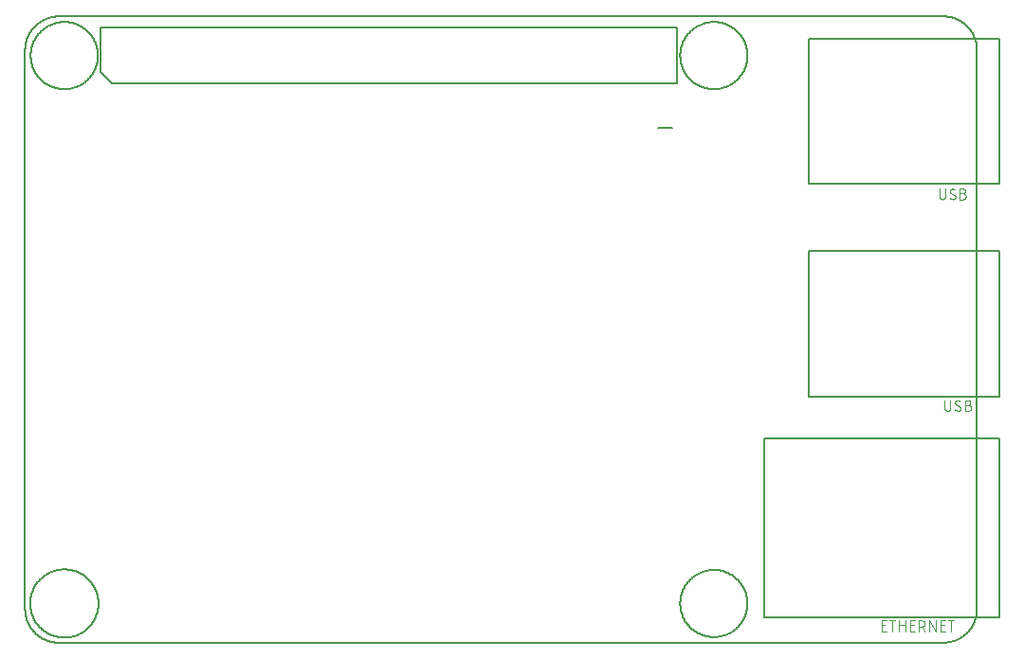
<source format=gbr>
G04 EAGLE Gerber RS-274X export*
G75*
%MOMM*%
%FSLAX34Y34*%
%LPD*%
%INSilkscreen Bottom*%
%IPPOS*%
%AMOC8*
5,1,8,0,0,1.08239X$1,22.5*%
G01*
%ADD10C,0.127000*%
%ADD11C,0.076200*%
%ADD12C,0.203200*%


D10*
X203200Y530000D02*
X203200Y30000D01*
X203209Y29275D01*
X203235Y28551D01*
X203279Y27827D01*
X203340Y27105D01*
X203419Y26384D01*
X203515Y25665D01*
X203628Y24949D01*
X203759Y24236D01*
X203907Y23526D01*
X204072Y22821D01*
X204254Y22119D01*
X204453Y21422D01*
X204668Y20729D01*
X204901Y20043D01*
X205150Y19362D01*
X205415Y18687D01*
X205696Y18019D01*
X205994Y17358D01*
X206307Y16704D01*
X206636Y16058D01*
X206981Y15420D01*
X207341Y14791D01*
X207716Y14171D01*
X208106Y13560D01*
X208510Y12958D01*
X208929Y12366D01*
X209363Y11785D01*
X209810Y11214D01*
X210271Y10655D01*
X210745Y10106D01*
X211232Y9570D01*
X211732Y9045D01*
X212245Y8532D01*
X212770Y8032D01*
X213306Y7545D01*
X213855Y7071D01*
X214414Y6610D01*
X214985Y6163D01*
X215566Y5729D01*
X216158Y5310D01*
X216760Y4906D01*
X217371Y4516D01*
X217991Y4141D01*
X218620Y3781D01*
X219258Y3436D01*
X219904Y3107D01*
X220558Y2794D01*
X221219Y2496D01*
X221887Y2215D01*
X222562Y1950D01*
X223243Y1701D01*
X223929Y1468D01*
X224622Y1253D01*
X225319Y1054D01*
X226021Y872D01*
X226726Y707D01*
X227436Y559D01*
X228149Y428D01*
X228865Y315D01*
X229584Y219D01*
X230305Y140D01*
X231027Y79D01*
X231751Y35D01*
X232475Y9D01*
X233200Y0D01*
X1023200Y0D01*
X1023925Y9D01*
X1024649Y35D01*
X1025373Y79D01*
X1026095Y140D01*
X1026816Y219D01*
X1027535Y315D01*
X1028251Y428D01*
X1028964Y559D01*
X1029674Y707D01*
X1030379Y872D01*
X1031081Y1054D01*
X1031778Y1253D01*
X1032471Y1468D01*
X1033157Y1701D01*
X1033838Y1950D01*
X1034513Y2215D01*
X1035181Y2496D01*
X1035842Y2794D01*
X1036496Y3107D01*
X1037142Y3436D01*
X1037780Y3781D01*
X1038409Y4141D01*
X1039029Y4516D01*
X1039640Y4906D01*
X1040242Y5310D01*
X1040834Y5729D01*
X1041415Y6163D01*
X1041986Y6610D01*
X1042545Y7071D01*
X1043094Y7545D01*
X1043630Y8032D01*
X1044155Y8532D01*
X1044668Y9045D01*
X1045168Y9570D01*
X1045655Y10106D01*
X1046129Y10655D01*
X1046590Y11214D01*
X1047037Y11785D01*
X1047471Y12366D01*
X1047890Y12958D01*
X1048294Y13560D01*
X1048684Y14171D01*
X1049059Y14791D01*
X1049419Y15420D01*
X1049764Y16058D01*
X1050093Y16704D01*
X1050406Y17358D01*
X1050704Y18019D01*
X1050985Y18687D01*
X1051250Y19362D01*
X1051499Y20043D01*
X1051732Y20729D01*
X1051947Y21422D01*
X1052146Y22119D01*
X1052328Y22821D01*
X1052493Y23526D01*
X1052641Y24236D01*
X1052772Y24949D01*
X1052885Y25665D01*
X1052981Y26384D01*
X1053060Y27105D01*
X1053121Y27827D01*
X1053165Y28551D01*
X1053191Y29275D01*
X1053200Y30000D01*
X1053200Y530000D01*
X1053191Y530725D01*
X1053165Y531449D01*
X1053121Y532173D01*
X1053060Y532895D01*
X1052981Y533616D01*
X1052885Y534335D01*
X1052772Y535051D01*
X1052641Y535764D01*
X1052493Y536474D01*
X1052328Y537179D01*
X1052146Y537881D01*
X1051947Y538578D01*
X1051732Y539271D01*
X1051499Y539957D01*
X1051250Y540638D01*
X1050985Y541313D01*
X1050704Y541981D01*
X1050406Y542642D01*
X1050093Y543296D01*
X1049764Y543942D01*
X1049419Y544580D01*
X1049059Y545209D01*
X1048684Y545829D01*
X1048294Y546440D01*
X1047890Y547042D01*
X1047471Y547634D01*
X1047037Y548215D01*
X1046590Y548786D01*
X1046129Y549345D01*
X1045655Y549894D01*
X1045168Y550430D01*
X1044668Y550955D01*
X1044155Y551468D01*
X1043630Y551968D01*
X1043094Y552455D01*
X1042545Y552929D01*
X1041986Y553390D01*
X1041415Y553837D01*
X1040834Y554271D01*
X1040242Y554690D01*
X1039640Y555094D01*
X1039029Y555484D01*
X1038409Y555859D01*
X1037780Y556219D01*
X1037142Y556564D01*
X1036496Y556893D01*
X1035842Y557206D01*
X1035181Y557504D01*
X1034513Y557785D01*
X1033838Y558050D01*
X1033157Y558299D01*
X1032471Y558532D01*
X1031778Y558747D01*
X1031081Y558946D01*
X1030379Y559128D01*
X1029674Y559293D01*
X1028964Y559441D01*
X1028251Y559572D01*
X1027535Y559685D01*
X1026816Y559781D01*
X1026095Y559860D01*
X1025373Y559921D01*
X1024649Y559965D01*
X1023925Y559991D01*
X1023200Y560000D01*
X233200Y560000D01*
X232475Y559991D01*
X231751Y559965D01*
X231027Y559921D01*
X230305Y559860D01*
X229584Y559781D01*
X228865Y559685D01*
X228149Y559572D01*
X227436Y559441D01*
X226726Y559293D01*
X226021Y559128D01*
X225319Y558946D01*
X224622Y558747D01*
X223929Y558532D01*
X223243Y558299D01*
X222562Y558050D01*
X221887Y557785D01*
X221219Y557504D01*
X220558Y557206D01*
X219904Y556893D01*
X219258Y556564D01*
X218620Y556219D01*
X217991Y555859D01*
X217371Y555484D01*
X216760Y555094D01*
X216158Y554690D01*
X215566Y554271D01*
X214985Y553837D01*
X214414Y553390D01*
X213855Y552929D01*
X213306Y552455D01*
X212770Y551968D01*
X212245Y551468D01*
X211732Y550955D01*
X211232Y550430D01*
X210745Y549894D01*
X210271Y549345D01*
X209810Y548786D01*
X209363Y548215D01*
X208929Y547634D01*
X208510Y547042D01*
X208106Y546440D01*
X207716Y545829D01*
X207341Y545209D01*
X206981Y544580D01*
X206636Y543942D01*
X206307Y543296D01*
X205994Y542642D01*
X205696Y541981D01*
X205415Y541313D01*
X205150Y540638D01*
X204901Y539957D01*
X204668Y539271D01*
X204453Y538578D01*
X204254Y537881D01*
X204072Y537179D01*
X203907Y536474D01*
X203759Y535764D01*
X203628Y535051D01*
X203515Y534335D01*
X203419Y533616D01*
X203340Y532895D01*
X203279Y532173D01*
X203235Y531449D01*
X203209Y530725D01*
X203200Y530000D01*
X207720Y35000D02*
X207729Y35748D01*
X207757Y36496D01*
X207803Y37242D01*
X207867Y37988D01*
X207949Y38731D01*
X208050Y39472D01*
X208169Y40211D01*
X208306Y40946D01*
X208461Y41678D01*
X208633Y42406D01*
X208824Y43129D01*
X209032Y43848D01*
X209258Y44561D01*
X209502Y45268D01*
X209762Y45970D01*
X210040Y46664D01*
X210335Y47352D01*
X210646Y48032D01*
X210975Y48704D01*
X211319Y49368D01*
X211680Y50024D01*
X212056Y50670D01*
X212449Y51307D01*
X212857Y51934D01*
X213280Y52551D01*
X213718Y53157D01*
X214171Y53752D01*
X214639Y54336D01*
X215120Y54909D01*
X215616Y55469D01*
X216125Y56017D01*
X216647Y56553D01*
X217183Y57075D01*
X217731Y57584D01*
X218291Y58080D01*
X218864Y58561D01*
X219448Y59029D01*
X220043Y59482D01*
X220649Y59920D01*
X221266Y60343D01*
X221893Y60751D01*
X222530Y61144D01*
X223176Y61520D01*
X223832Y61881D01*
X224496Y62225D01*
X225168Y62554D01*
X225848Y62865D01*
X226536Y63160D01*
X227230Y63438D01*
X227932Y63698D01*
X228639Y63942D01*
X229352Y64168D01*
X230071Y64376D01*
X230794Y64567D01*
X231522Y64739D01*
X232254Y64894D01*
X232989Y65031D01*
X233728Y65150D01*
X234469Y65251D01*
X235212Y65333D01*
X235958Y65397D01*
X236704Y65443D01*
X237452Y65471D01*
X238200Y65480D01*
X238948Y65471D01*
X239696Y65443D01*
X240442Y65397D01*
X241188Y65333D01*
X241931Y65251D01*
X242672Y65150D01*
X243411Y65031D01*
X244146Y64894D01*
X244878Y64739D01*
X245606Y64567D01*
X246329Y64376D01*
X247048Y64168D01*
X247761Y63942D01*
X248468Y63698D01*
X249170Y63438D01*
X249864Y63160D01*
X250552Y62865D01*
X251232Y62554D01*
X251904Y62225D01*
X252568Y61881D01*
X253224Y61520D01*
X253870Y61144D01*
X254507Y60751D01*
X255134Y60343D01*
X255751Y59920D01*
X256357Y59482D01*
X256952Y59029D01*
X257536Y58561D01*
X258109Y58080D01*
X258669Y57584D01*
X259217Y57075D01*
X259753Y56553D01*
X260275Y56017D01*
X260784Y55469D01*
X261280Y54909D01*
X261761Y54336D01*
X262229Y53752D01*
X262682Y53157D01*
X263120Y52551D01*
X263543Y51934D01*
X263951Y51307D01*
X264344Y50670D01*
X264720Y50024D01*
X265081Y49368D01*
X265425Y48704D01*
X265754Y48032D01*
X266065Y47352D01*
X266360Y46664D01*
X266638Y45970D01*
X266898Y45268D01*
X267142Y44561D01*
X267368Y43848D01*
X267576Y43129D01*
X267767Y42406D01*
X267939Y41678D01*
X268094Y40946D01*
X268231Y40211D01*
X268350Y39472D01*
X268451Y38731D01*
X268533Y37988D01*
X268597Y37242D01*
X268643Y36496D01*
X268671Y35748D01*
X268680Y35000D01*
X268671Y34252D01*
X268643Y33504D01*
X268597Y32758D01*
X268533Y32012D01*
X268451Y31269D01*
X268350Y30528D01*
X268231Y29789D01*
X268094Y29054D01*
X267939Y28322D01*
X267767Y27594D01*
X267576Y26871D01*
X267368Y26152D01*
X267142Y25439D01*
X266898Y24732D01*
X266638Y24030D01*
X266360Y23336D01*
X266065Y22648D01*
X265754Y21968D01*
X265425Y21296D01*
X265081Y20632D01*
X264720Y19976D01*
X264344Y19330D01*
X263951Y18693D01*
X263543Y18066D01*
X263120Y17449D01*
X262682Y16843D01*
X262229Y16248D01*
X261761Y15664D01*
X261280Y15091D01*
X260784Y14531D01*
X260275Y13983D01*
X259753Y13447D01*
X259217Y12925D01*
X258669Y12416D01*
X258109Y11920D01*
X257536Y11439D01*
X256952Y10971D01*
X256357Y10518D01*
X255751Y10080D01*
X255134Y9657D01*
X254507Y9249D01*
X253870Y8856D01*
X253224Y8480D01*
X252568Y8119D01*
X251904Y7775D01*
X251232Y7446D01*
X250552Y7135D01*
X249864Y6840D01*
X249170Y6562D01*
X248468Y6302D01*
X247761Y6058D01*
X247048Y5832D01*
X246329Y5624D01*
X245606Y5433D01*
X244878Y5261D01*
X244146Y5106D01*
X243411Y4969D01*
X242672Y4850D01*
X241931Y4749D01*
X241188Y4667D01*
X240442Y4603D01*
X239696Y4557D01*
X238948Y4529D01*
X238200Y4520D01*
X237452Y4529D01*
X236704Y4557D01*
X235958Y4603D01*
X235212Y4667D01*
X234469Y4749D01*
X233728Y4850D01*
X232989Y4969D01*
X232254Y5106D01*
X231522Y5261D01*
X230794Y5433D01*
X230071Y5624D01*
X229352Y5832D01*
X228639Y6058D01*
X227932Y6302D01*
X227230Y6562D01*
X226536Y6840D01*
X225848Y7135D01*
X225168Y7446D01*
X224496Y7775D01*
X223832Y8119D01*
X223176Y8480D01*
X222530Y8856D01*
X221893Y9249D01*
X221266Y9657D01*
X220649Y10080D01*
X220043Y10518D01*
X219448Y10971D01*
X218864Y11439D01*
X218291Y11920D01*
X217731Y12416D01*
X217183Y12925D01*
X216647Y13447D01*
X216125Y13983D01*
X215616Y14531D01*
X215120Y15091D01*
X214639Y15664D01*
X214171Y16248D01*
X213718Y16843D01*
X213280Y17449D01*
X212857Y18066D01*
X212449Y18693D01*
X212056Y19330D01*
X211680Y19976D01*
X211319Y20632D01*
X210975Y21296D01*
X210646Y21968D01*
X210335Y22648D01*
X210040Y23336D01*
X209762Y24030D01*
X209502Y24732D01*
X209258Y25439D01*
X209032Y26152D01*
X208824Y26871D01*
X208633Y27594D01*
X208461Y28322D01*
X208306Y29054D01*
X208169Y29789D01*
X208050Y30528D01*
X207949Y31269D01*
X207867Y32012D01*
X207803Y32758D01*
X207757Y33504D01*
X207729Y34252D01*
X207720Y35000D01*
X788200Y35000D02*
X788209Y35736D01*
X788236Y36472D01*
X788281Y37207D01*
X788344Y37941D01*
X788426Y38672D01*
X788525Y39402D01*
X788642Y40129D01*
X788776Y40853D01*
X788929Y41573D01*
X789099Y42289D01*
X789287Y43001D01*
X789492Y43709D01*
X789714Y44410D01*
X789954Y45107D01*
X790210Y45797D01*
X790484Y46481D01*
X790774Y47157D01*
X791080Y47827D01*
X791403Y48488D01*
X791742Y49142D01*
X792097Y49787D01*
X792468Y50423D01*
X792854Y51050D01*
X793256Y51667D01*
X793672Y52274D01*
X794104Y52871D01*
X794550Y53457D01*
X795010Y54032D01*
X795484Y54595D01*
X795971Y55147D01*
X796473Y55686D01*
X796987Y56213D01*
X797514Y56727D01*
X798053Y57229D01*
X798605Y57716D01*
X799168Y58190D01*
X799743Y58650D01*
X800329Y59096D01*
X800926Y59528D01*
X801533Y59944D01*
X802150Y60346D01*
X802777Y60732D01*
X803413Y61103D01*
X804058Y61458D01*
X804712Y61797D01*
X805373Y62120D01*
X806043Y62426D01*
X806719Y62716D01*
X807403Y62990D01*
X808093Y63246D01*
X808790Y63486D01*
X809491Y63708D01*
X810199Y63913D01*
X810911Y64101D01*
X811627Y64271D01*
X812347Y64424D01*
X813071Y64558D01*
X813798Y64675D01*
X814528Y64774D01*
X815259Y64856D01*
X815993Y64919D01*
X816728Y64964D01*
X817464Y64991D01*
X818200Y65000D01*
X818936Y64991D01*
X819672Y64964D01*
X820407Y64919D01*
X821141Y64856D01*
X821872Y64774D01*
X822602Y64675D01*
X823329Y64558D01*
X824053Y64424D01*
X824773Y64271D01*
X825489Y64101D01*
X826201Y63913D01*
X826909Y63708D01*
X827610Y63486D01*
X828307Y63246D01*
X828997Y62990D01*
X829681Y62716D01*
X830357Y62426D01*
X831027Y62120D01*
X831688Y61797D01*
X832342Y61458D01*
X832987Y61103D01*
X833623Y60732D01*
X834250Y60346D01*
X834867Y59944D01*
X835474Y59528D01*
X836071Y59096D01*
X836657Y58650D01*
X837232Y58190D01*
X837795Y57716D01*
X838347Y57229D01*
X838886Y56727D01*
X839413Y56213D01*
X839927Y55686D01*
X840429Y55147D01*
X840916Y54595D01*
X841390Y54032D01*
X841850Y53457D01*
X842296Y52871D01*
X842728Y52274D01*
X843144Y51667D01*
X843546Y51050D01*
X843932Y50423D01*
X844303Y49787D01*
X844658Y49142D01*
X844997Y48488D01*
X845320Y47827D01*
X845626Y47157D01*
X845916Y46481D01*
X846190Y45797D01*
X846446Y45107D01*
X846686Y44410D01*
X846908Y43709D01*
X847113Y43001D01*
X847301Y42289D01*
X847471Y41573D01*
X847624Y40853D01*
X847758Y40129D01*
X847875Y39402D01*
X847974Y38672D01*
X848056Y37941D01*
X848119Y37207D01*
X848164Y36472D01*
X848191Y35736D01*
X848200Y35000D01*
X848191Y34264D01*
X848164Y33528D01*
X848119Y32793D01*
X848056Y32059D01*
X847974Y31328D01*
X847875Y30598D01*
X847758Y29871D01*
X847624Y29147D01*
X847471Y28427D01*
X847301Y27711D01*
X847113Y26999D01*
X846908Y26291D01*
X846686Y25590D01*
X846446Y24893D01*
X846190Y24203D01*
X845916Y23519D01*
X845626Y22843D01*
X845320Y22173D01*
X844997Y21512D01*
X844658Y20858D01*
X844303Y20213D01*
X843932Y19577D01*
X843546Y18950D01*
X843144Y18333D01*
X842728Y17726D01*
X842296Y17129D01*
X841850Y16543D01*
X841390Y15968D01*
X840916Y15405D01*
X840429Y14853D01*
X839927Y14314D01*
X839413Y13787D01*
X838886Y13273D01*
X838347Y12771D01*
X837795Y12284D01*
X837232Y11810D01*
X836657Y11350D01*
X836071Y10904D01*
X835474Y10472D01*
X834867Y10056D01*
X834250Y9654D01*
X833623Y9268D01*
X832987Y8897D01*
X832342Y8542D01*
X831688Y8203D01*
X831027Y7880D01*
X830357Y7574D01*
X829681Y7284D01*
X828997Y7010D01*
X828307Y6754D01*
X827610Y6514D01*
X826909Y6292D01*
X826201Y6087D01*
X825489Y5899D01*
X824773Y5729D01*
X824053Y5576D01*
X823329Y5442D01*
X822602Y5325D01*
X821872Y5226D01*
X821141Y5144D01*
X820407Y5081D01*
X819672Y5036D01*
X818936Y5009D01*
X818200Y5000D01*
X817464Y5009D01*
X816728Y5036D01*
X815993Y5081D01*
X815259Y5144D01*
X814528Y5226D01*
X813798Y5325D01*
X813071Y5442D01*
X812347Y5576D01*
X811627Y5729D01*
X810911Y5899D01*
X810199Y6087D01*
X809491Y6292D01*
X808790Y6514D01*
X808093Y6754D01*
X807403Y7010D01*
X806719Y7284D01*
X806043Y7574D01*
X805373Y7880D01*
X804712Y8203D01*
X804058Y8542D01*
X803413Y8897D01*
X802777Y9268D01*
X802150Y9654D01*
X801533Y10056D01*
X800926Y10472D01*
X800329Y10904D01*
X799743Y11350D01*
X799168Y11810D01*
X798605Y12284D01*
X798053Y12771D01*
X797514Y13273D01*
X796987Y13787D01*
X796473Y14314D01*
X795971Y14853D01*
X795484Y15405D01*
X795010Y15968D01*
X794550Y16543D01*
X794104Y17129D01*
X793672Y17726D01*
X793256Y18333D01*
X792854Y18950D01*
X792468Y19577D01*
X792097Y20213D01*
X791742Y20858D01*
X791403Y21512D01*
X791080Y22173D01*
X790774Y22843D01*
X790484Y23519D01*
X790210Y24203D01*
X789954Y24893D01*
X789714Y25590D01*
X789492Y26291D01*
X789287Y26999D01*
X789099Y27711D01*
X788929Y28427D01*
X788776Y29147D01*
X788642Y29871D01*
X788525Y30598D01*
X788426Y31328D01*
X788344Y32059D01*
X788281Y32793D01*
X788236Y33528D01*
X788209Y34264D01*
X788200Y35000D01*
X788200Y525000D02*
X788209Y525736D01*
X788236Y526472D01*
X788281Y527207D01*
X788344Y527941D01*
X788426Y528672D01*
X788525Y529402D01*
X788642Y530129D01*
X788776Y530853D01*
X788929Y531573D01*
X789099Y532289D01*
X789287Y533001D01*
X789492Y533709D01*
X789714Y534410D01*
X789954Y535107D01*
X790210Y535797D01*
X790484Y536481D01*
X790774Y537157D01*
X791080Y537827D01*
X791403Y538488D01*
X791742Y539142D01*
X792097Y539787D01*
X792468Y540423D01*
X792854Y541050D01*
X793256Y541667D01*
X793672Y542274D01*
X794104Y542871D01*
X794550Y543457D01*
X795010Y544032D01*
X795484Y544595D01*
X795971Y545147D01*
X796473Y545686D01*
X796987Y546213D01*
X797514Y546727D01*
X798053Y547229D01*
X798605Y547716D01*
X799168Y548190D01*
X799743Y548650D01*
X800329Y549096D01*
X800926Y549528D01*
X801533Y549944D01*
X802150Y550346D01*
X802777Y550732D01*
X803413Y551103D01*
X804058Y551458D01*
X804712Y551797D01*
X805373Y552120D01*
X806043Y552426D01*
X806719Y552716D01*
X807403Y552990D01*
X808093Y553246D01*
X808790Y553486D01*
X809491Y553708D01*
X810199Y553913D01*
X810911Y554101D01*
X811627Y554271D01*
X812347Y554424D01*
X813071Y554558D01*
X813798Y554675D01*
X814528Y554774D01*
X815259Y554856D01*
X815993Y554919D01*
X816728Y554964D01*
X817464Y554991D01*
X818200Y555000D01*
X818936Y554991D01*
X819672Y554964D01*
X820407Y554919D01*
X821141Y554856D01*
X821872Y554774D01*
X822602Y554675D01*
X823329Y554558D01*
X824053Y554424D01*
X824773Y554271D01*
X825489Y554101D01*
X826201Y553913D01*
X826909Y553708D01*
X827610Y553486D01*
X828307Y553246D01*
X828997Y552990D01*
X829681Y552716D01*
X830357Y552426D01*
X831027Y552120D01*
X831688Y551797D01*
X832342Y551458D01*
X832987Y551103D01*
X833623Y550732D01*
X834250Y550346D01*
X834867Y549944D01*
X835474Y549528D01*
X836071Y549096D01*
X836657Y548650D01*
X837232Y548190D01*
X837795Y547716D01*
X838347Y547229D01*
X838886Y546727D01*
X839413Y546213D01*
X839927Y545686D01*
X840429Y545147D01*
X840916Y544595D01*
X841390Y544032D01*
X841850Y543457D01*
X842296Y542871D01*
X842728Y542274D01*
X843144Y541667D01*
X843546Y541050D01*
X843932Y540423D01*
X844303Y539787D01*
X844658Y539142D01*
X844997Y538488D01*
X845320Y537827D01*
X845626Y537157D01*
X845916Y536481D01*
X846190Y535797D01*
X846446Y535107D01*
X846686Y534410D01*
X846908Y533709D01*
X847113Y533001D01*
X847301Y532289D01*
X847471Y531573D01*
X847624Y530853D01*
X847758Y530129D01*
X847875Y529402D01*
X847974Y528672D01*
X848056Y527941D01*
X848119Y527207D01*
X848164Y526472D01*
X848191Y525736D01*
X848200Y525000D01*
X848191Y524264D01*
X848164Y523528D01*
X848119Y522793D01*
X848056Y522059D01*
X847974Y521328D01*
X847875Y520598D01*
X847758Y519871D01*
X847624Y519147D01*
X847471Y518427D01*
X847301Y517711D01*
X847113Y516999D01*
X846908Y516291D01*
X846686Y515590D01*
X846446Y514893D01*
X846190Y514203D01*
X845916Y513519D01*
X845626Y512843D01*
X845320Y512173D01*
X844997Y511512D01*
X844658Y510858D01*
X844303Y510213D01*
X843932Y509577D01*
X843546Y508950D01*
X843144Y508333D01*
X842728Y507726D01*
X842296Y507129D01*
X841850Y506543D01*
X841390Y505968D01*
X840916Y505405D01*
X840429Y504853D01*
X839927Y504314D01*
X839413Y503787D01*
X838886Y503273D01*
X838347Y502771D01*
X837795Y502284D01*
X837232Y501810D01*
X836657Y501350D01*
X836071Y500904D01*
X835474Y500472D01*
X834867Y500056D01*
X834250Y499654D01*
X833623Y499268D01*
X832987Y498897D01*
X832342Y498542D01*
X831688Y498203D01*
X831027Y497880D01*
X830357Y497574D01*
X829681Y497284D01*
X828997Y497010D01*
X828307Y496754D01*
X827610Y496514D01*
X826909Y496292D01*
X826201Y496087D01*
X825489Y495899D01*
X824773Y495729D01*
X824053Y495576D01*
X823329Y495442D01*
X822602Y495325D01*
X821872Y495226D01*
X821141Y495144D01*
X820407Y495081D01*
X819672Y495036D01*
X818936Y495009D01*
X818200Y495000D01*
X817464Y495009D01*
X816728Y495036D01*
X815993Y495081D01*
X815259Y495144D01*
X814528Y495226D01*
X813798Y495325D01*
X813071Y495442D01*
X812347Y495576D01*
X811627Y495729D01*
X810911Y495899D01*
X810199Y496087D01*
X809491Y496292D01*
X808790Y496514D01*
X808093Y496754D01*
X807403Y497010D01*
X806719Y497284D01*
X806043Y497574D01*
X805373Y497880D01*
X804712Y498203D01*
X804058Y498542D01*
X803413Y498897D01*
X802777Y499268D01*
X802150Y499654D01*
X801533Y500056D01*
X800926Y500472D01*
X800329Y500904D01*
X799743Y501350D01*
X799168Y501810D01*
X798605Y502284D01*
X798053Y502771D01*
X797514Y503273D01*
X796987Y503787D01*
X796473Y504314D01*
X795971Y504853D01*
X795484Y505405D01*
X795010Y505968D01*
X794550Y506543D01*
X794104Y507129D01*
X793672Y507726D01*
X793256Y508333D01*
X792854Y508950D01*
X792468Y509577D01*
X792097Y510213D01*
X791742Y510858D01*
X791403Y511512D01*
X791080Y512173D01*
X790774Y512843D01*
X790484Y513519D01*
X790210Y514203D01*
X789954Y514893D01*
X789714Y515590D01*
X789492Y516291D01*
X789287Y516999D01*
X789099Y517711D01*
X788929Y518427D01*
X788776Y519147D01*
X788642Y519871D01*
X788525Y520598D01*
X788426Y521328D01*
X788344Y522059D01*
X788281Y522793D01*
X788236Y523528D01*
X788209Y524264D01*
X788200Y525000D01*
X208200Y525000D02*
X208209Y525736D01*
X208236Y526472D01*
X208281Y527207D01*
X208344Y527941D01*
X208426Y528672D01*
X208525Y529402D01*
X208642Y530129D01*
X208776Y530853D01*
X208929Y531573D01*
X209099Y532289D01*
X209287Y533001D01*
X209492Y533709D01*
X209714Y534410D01*
X209954Y535107D01*
X210210Y535797D01*
X210484Y536481D01*
X210774Y537157D01*
X211080Y537827D01*
X211403Y538488D01*
X211742Y539142D01*
X212097Y539787D01*
X212468Y540423D01*
X212854Y541050D01*
X213256Y541667D01*
X213672Y542274D01*
X214104Y542871D01*
X214550Y543457D01*
X215010Y544032D01*
X215484Y544595D01*
X215971Y545147D01*
X216473Y545686D01*
X216987Y546213D01*
X217514Y546727D01*
X218053Y547229D01*
X218605Y547716D01*
X219168Y548190D01*
X219743Y548650D01*
X220329Y549096D01*
X220926Y549528D01*
X221533Y549944D01*
X222150Y550346D01*
X222777Y550732D01*
X223413Y551103D01*
X224058Y551458D01*
X224712Y551797D01*
X225373Y552120D01*
X226043Y552426D01*
X226719Y552716D01*
X227403Y552990D01*
X228093Y553246D01*
X228790Y553486D01*
X229491Y553708D01*
X230199Y553913D01*
X230911Y554101D01*
X231627Y554271D01*
X232347Y554424D01*
X233071Y554558D01*
X233798Y554675D01*
X234528Y554774D01*
X235259Y554856D01*
X235993Y554919D01*
X236728Y554964D01*
X237464Y554991D01*
X238200Y555000D01*
X238936Y554991D01*
X239672Y554964D01*
X240407Y554919D01*
X241141Y554856D01*
X241872Y554774D01*
X242602Y554675D01*
X243329Y554558D01*
X244053Y554424D01*
X244773Y554271D01*
X245489Y554101D01*
X246201Y553913D01*
X246909Y553708D01*
X247610Y553486D01*
X248307Y553246D01*
X248997Y552990D01*
X249681Y552716D01*
X250357Y552426D01*
X251027Y552120D01*
X251688Y551797D01*
X252342Y551458D01*
X252987Y551103D01*
X253623Y550732D01*
X254250Y550346D01*
X254867Y549944D01*
X255474Y549528D01*
X256071Y549096D01*
X256657Y548650D01*
X257232Y548190D01*
X257795Y547716D01*
X258347Y547229D01*
X258886Y546727D01*
X259413Y546213D01*
X259927Y545686D01*
X260429Y545147D01*
X260916Y544595D01*
X261390Y544032D01*
X261850Y543457D01*
X262296Y542871D01*
X262728Y542274D01*
X263144Y541667D01*
X263546Y541050D01*
X263932Y540423D01*
X264303Y539787D01*
X264658Y539142D01*
X264997Y538488D01*
X265320Y537827D01*
X265626Y537157D01*
X265916Y536481D01*
X266190Y535797D01*
X266446Y535107D01*
X266686Y534410D01*
X266908Y533709D01*
X267113Y533001D01*
X267301Y532289D01*
X267471Y531573D01*
X267624Y530853D01*
X267758Y530129D01*
X267875Y529402D01*
X267974Y528672D01*
X268056Y527941D01*
X268119Y527207D01*
X268164Y526472D01*
X268191Y525736D01*
X268200Y525000D01*
X268191Y524264D01*
X268164Y523528D01*
X268119Y522793D01*
X268056Y522059D01*
X267974Y521328D01*
X267875Y520598D01*
X267758Y519871D01*
X267624Y519147D01*
X267471Y518427D01*
X267301Y517711D01*
X267113Y516999D01*
X266908Y516291D01*
X266686Y515590D01*
X266446Y514893D01*
X266190Y514203D01*
X265916Y513519D01*
X265626Y512843D01*
X265320Y512173D01*
X264997Y511512D01*
X264658Y510858D01*
X264303Y510213D01*
X263932Y509577D01*
X263546Y508950D01*
X263144Y508333D01*
X262728Y507726D01*
X262296Y507129D01*
X261850Y506543D01*
X261390Y505968D01*
X260916Y505405D01*
X260429Y504853D01*
X259927Y504314D01*
X259413Y503787D01*
X258886Y503273D01*
X258347Y502771D01*
X257795Y502284D01*
X257232Y501810D01*
X256657Y501350D01*
X256071Y500904D01*
X255474Y500472D01*
X254867Y500056D01*
X254250Y499654D01*
X253623Y499268D01*
X252987Y498897D01*
X252342Y498542D01*
X251688Y498203D01*
X251027Y497880D01*
X250357Y497574D01*
X249681Y497284D01*
X248997Y497010D01*
X248307Y496754D01*
X247610Y496514D01*
X246909Y496292D01*
X246201Y496087D01*
X245489Y495899D01*
X244773Y495729D01*
X244053Y495576D01*
X243329Y495442D01*
X242602Y495325D01*
X241872Y495226D01*
X241141Y495144D01*
X240407Y495081D01*
X239672Y495036D01*
X238936Y495009D01*
X238200Y495000D01*
X237464Y495009D01*
X236728Y495036D01*
X235993Y495081D01*
X235259Y495144D01*
X234528Y495226D01*
X233798Y495325D01*
X233071Y495442D01*
X232347Y495576D01*
X231627Y495729D01*
X230911Y495899D01*
X230199Y496087D01*
X229491Y496292D01*
X228790Y496514D01*
X228093Y496754D01*
X227403Y497010D01*
X226719Y497284D01*
X226043Y497574D01*
X225373Y497880D01*
X224712Y498203D01*
X224058Y498542D01*
X223413Y498897D01*
X222777Y499268D01*
X222150Y499654D01*
X221533Y500056D01*
X220926Y500472D01*
X220329Y500904D01*
X219743Y501350D01*
X219168Y501810D01*
X218605Y502284D01*
X218053Y502771D01*
X217514Y503273D01*
X216987Y503787D01*
X216473Y504314D01*
X215971Y504853D01*
X215484Y505405D01*
X215010Y505968D01*
X214550Y506543D01*
X214104Y507129D01*
X213672Y507726D01*
X213256Y508333D01*
X212854Y508950D01*
X212468Y509577D01*
X212097Y510213D01*
X211742Y510858D01*
X211403Y511512D01*
X211080Y512173D01*
X210774Y512843D01*
X210484Y513519D01*
X210210Y514203D01*
X209954Y514893D01*
X209714Y515590D01*
X209492Y516291D01*
X209287Y516999D01*
X209099Y517711D01*
X208929Y518427D01*
X208776Y519147D01*
X208642Y519871D01*
X208525Y520598D01*
X208426Y521328D01*
X208344Y522059D01*
X208281Y522793D01*
X208236Y523528D01*
X208209Y524264D01*
X208200Y525000D01*
X1073200Y350000D02*
X1073200Y220000D01*
X1073200Y410000D02*
X1073200Y540000D01*
X1073200Y183000D02*
X1073200Y23000D01*
X785590Y550018D02*
X270590Y550018D01*
X270590Y510018D01*
X280590Y500018D01*
X785590Y500018D01*
X785590Y550018D01*
X708200Y0D02*
X703200Y0D01*
X768200Y0D02*
X773200Y0D01*
X863200Y23000D02*
X1073200Y23000D01*
X863200Y23000D02*
X863200Y183000D01*
X1073200Y183000D01*
X1073200Y220000D02*
X903200Y220000D01*
X903200Y350000D01*
X1073200Y350000D01*
X1073200Y540000D02*
X903200Y540000D01*
X903200Y410000D01*
X1073200Y410000D01*
D11*
X972052Y10221D02*
X967875Y10221D01*
X967875Y19619D01*
X972052Y19619D01*
X971007Y15442D02*
X967875Y15442D01*
X977478Y19619D02*
X977478Y10221D01*
X974868Y19619D02*
X980089Y19619D01*
X983707Y19619D02*
X983707Y10221D01*
X983707Y15442D02*
X988928Y15442D01*
X988928Y19619D02*
X988928Y10221D01*
X993478Y10221D02*
X997655Y10221D01*
X993478Y10221D02*
X993478Y19619D01*
X997655Y19619D01*
X996611Y15442D02*
X993478Y15442D01*
X1001442Y19619D02*
X1001442Y10221D01*
X1001442Y19619D02*
X1004053Y19619D01*
X1004154Y19617D01*
X1004255Y19611D01*
X1004356Y19601D01*
X1004456Y19588D01*
X1004556Y19570D01*
X1004655Y19549D01*
X1004753Y19523D01*
X1004850Y19494D01*
X1004946Y19462D01*
X1005040Y19425D01*
X1005133Y19385D01*
X1005225Y19341D01*
X1005314Y19294D01*
X1005402Y19243D01*
X1005488Y19189D01*
X1005571Y19132D01*
X1005653Y19072D01*
X1005731Y19008D01*
X1005808Y18942D01*
X1005881Y18872D01*
X1005952Y18800D01*
X1006020Y18725D01*
X1006085Y18647D01*
X1006147Y18567D01*
X1006206Y18485D01*
X1006262Y18400D01*
X1006314Y18313D01*
X1006363Y18225D01*
X1006409Y18134D01*
X1006450Y18042D01*
X1006489Y17948D01*
X1006523Y17853D01*
X1006554Y17757D01*
X1006581Y17659D01*
X1006605Y17561D01*
X1006624Y17461D01*
X1006640Y17361D01*
X1006652Y17261D01*
X1006660Y17160D01*
X1006664Y17059D01*
X1006664Y16957D01*
X1006660Y16856D01*
X1006652Y16755D01*
X1006640Y16655D01*
X1006624Y16555D01*
X1006605Y16455D01*
X1006581Y16357D01*
X1006554Y16259D01*
X1006523Y16163D01*
X1006489Y16068D01*
X1006450Y15974D01*
X1006409Y15882D01*
X1006363Y15791D01*
X1006314Y15702D01*
X1006262Y15616D01*
X1006206Y15531D01*
X1006147Y15449D01*
X1006085Y15369D01*
X1006020Y15291D01*
X1005952Y15216D01*
X1005881Y15144D01*
X1005808Y15074D01*
X1005731Y15008D01*
X1005653Y14944D01*
X1005571Y14884D01*
X1005488Y14827D01*
X1005402Y14773D01*
X1005314Y14722D01*
X1005225Y14675D01*
X1005133Y14631D01*
X1005040Y14591D01*
X1004946Y14554D01*
X1004850Y14522D01*
X1004753Y14493D01*
X1004655Y14467D01*
X1004556Y14446D01*
X1004456Y14428D01*
X1004356Y14415D01*
X1004255Y14405D01*
X1004154Y14399D01*
X1004053Y14397D01*
X1004053Y14398D02*
X1001442Y14398D01*
X1004575Y14398D02*
X1006663Y10221D01*
X1010834Y10221D02*
X1010834Y19619D01*
X1016055Y10221D01*
X1016055Y19619D01*
X1020605Y10221D02*
X1024782Y10221D01*
X1020605Y10221D02*
X1020605Y19619D01*
X1024782Y19619D01*
X1023738Y15442D02*
X1020605Y15442D01*
X1030208Y19619D02*
X1030208Y10221D01*
X1027598Y19619D02*
X1032819Y19619D01*
X1024179Y209832D02*
X1024179Y216619D01*
X1024178Y209832D02*
X1024180Y209731D01*
X1024186Y209630D01*
X1024196Y209529D01*
X1024209Y209429D01*
X1024227Y209329D01*
X1024248Y209230D01*
X1024274Y209132D01*
X1024303Y209035D01*
X1024335Y208939D01*
X1024372Y208845D01*
X1024412Y208752D01*
X1024456Y208660D01*
X1024503Y208571D01*
X1024554Y208483D01*
X1024608Y208397D01*
X1024665Y208314D01*
X1024725Y208232D01*
X1024789Y208154D01*
X1024855Y208077D01*
X1024925Y208004D01*
X1024997Y207933D01*
X1025072Y207865D01*
X1025150Y207800D01*
X1025230Y207738D01*
X1025312Y207679D01*
X1025397Y207623D01*
X1025484Y207571D01*
X1025572Y207522D01*
X1025663Y207476D01*
X1025755Y207435D01*
X1025849Y207396D01*
X1025944Y207362D01*
X1026040Y207331D01*
X1026138Y207304D01*
X1026236Y207280D01*
X1026336Y207261D01*
X1026436Y207245D01*
X1026536Y207233D01*
X1026637Y207225D01*
X1026738Y207221D01*
X1026840Y207221D01*
X1026941Y207225D01*
X1027042Y207233D01*
X1027142Y207245D01*
X1027242Y207261D01*
X1027342Y207280D01*
X1027440Y207304D01*
X1027538Y207331D01*
X1027634Y207362D01*
X1027729Y207396D01*
X1027823Y207435D01*
X1027915Y207476D01*
X1028006Y207522D01*
X1028095Y207571D01*
X1028181Y207623D01*
X1028266Y207679D01*
X1028348Y207738D01*
X1028428Y207800D01*
X1028506Y207865D01*
X1028581Y207933D01*
X1028653Y208004D01*
X1028723Y208077D01*
X1028789Y208154D01*
X1028853Y208232D01*
X1028913Y208314D01*
X1028970Y208397D01*
X1029024Y208483D01*
X1029075Y208571D01*
X1029122Y208660D01*
X1029166Y208752D01*
X1029206Y208845D01*
X1029243Y208939D01*
X1029275Y209035D01*
X1029304Y209132D01*
X1029330Y209230D01*
X1029351Y209329D01*
X1029369Y209429D01*
X1029382Y209529D01*
X1029392Y209630D01*
X1029398Y209731D01*
X1029400Y209832D01*
X1029400Y216619D01*
X1038543Y209309D02*
X1038541Y209220D01*
X1038535Y209132D01*
X1038526Y209044D01*
X1038513Y208956D01*
X1038496Y208869D01*
X1038476Y208783D01*
X1038451Y208698D01*
X1038424Y208613D01*
X1038392Y208530D01*
X1038358Y208449D01*
X1038319Y208369D01*
X1038278Y208291D01*
X1038233Y208214D01*
X1038185Y208140D01*
X1038134Y208067D01*
X1038080Y207997D01*
X1038022Y207930D01*
X1037962Y207864D01*
X1037900Y207802D01*
X1037834Y207742D01*
X1037767Y207684D01*
X1037697Y207630D01*
X1037624Y207579D01*
X1037550Y207531D01*
X1037473Y207486D01*
X1037395Y207445D01*
X1037315Y207406D01*
X1037234Y207372D01*
X1037151Y207340D01*
X1037066Y207313D01*
X1036981Y207288D01*
X1036895Y207268D01*
X1036808Y207251D01*
X1036720Y207238D01*
X1036632Y207229D01*
X1036544Y207223D01*
X1036455Y207221D01*
X1036326Y207223D01*
X1036197Y207229D01*
X1036068Y207238D01*
X1035940Y207251D01*
X1035812Y207268D01*
X1035685Y207289D01*
X1035558Y207313D01*
X1035432Y207341D01*
X1035307Y207373D01*
X1035183Y207408D01*
X1035060Y207447D01*
X1034938Y207490D01*
X1034818Y207536D01*
X1034699Y207586D01*
X1034581Y207639D01*
X1034465Y207695D01*
X1034351Y207755D01*
X1034238Y207818D01*
X1034128Y207885D01*
X1034019Y207954D01*
X1033913Y208027D01*
X1033808Y208103D01*
X1033706Y208182D01*
X1033607Y208264D01*
X1033509Y208348D01*
X1033414Y208436D01*
X1033322Y208526D01*
X1033584Y214531D02*
X1033586Y214620D01*
X1033592Y214708D01*
X1033601Y214796D01*
X1033614Y214884D01*
X1033631Y214971D01*
X1033651Y215057D01*
X1033676Y215142D01*
X1033703Y215227D01*
X1033735Y215310D01*
X1033769Y215391D01*
X1033808Y215471D01*
X1033849Y215549D01*
X1033894Y215626D01*
X1033942Y215700D01*
X1033993Y215773D01*
X1034047Y215843D01*
X1034105Y215910D01*
X1034165Y215976D01*
X1034227Y216038D01*
X1034293Y216098D01*
X1034360Y216156D01*
X1034430Y216210D01*
X1034503Y216261D01*
X1034577Y216309D01*
X1034654Y216354D01*
X1034732Y216395D01*
X1034812Y216434D01*
X1034893Y216468D01*
X1034976Y216500D01*
X1035061Y216527D01*
X1035146Y216552D01*
X1035232Y216572D01*
X1035319Y216589D01*
X1035407Y216602D01*
X1035495Y216611D01*
X1035583Y216617D01*
X1035672Y216619D01*
X1035792Y216617D01*
X1035912Y216612D01*
X1036032Y216602D01*
X1036151Y216590D01*
X1036270Y216573D01*
X1036388Y216553D01*
X1036506Y216529D01*
X1036622Y216502D01*
X1036738Y216471D01*
X1036853Y216437D01*
X1036967Y216399D01*
X1037080Y216357D01*
X1037191Y216312D01*
X1037301Y216264D01*
X1037409Y216213D01*
X1037516Y216158D01*
X1037621Y216100D01*
X1037724Y216038D01*
X1037825Y215974D01*
X1037925Y215906D01*
X1038022Y215836D01*
X1034628Y212704D02*
X1034550Y212752D01*
X1034474Y212804D01*
X1034401Y212858D01*
X1034330Y212916D01*
X1034261Y212977D01*
X1034195Y213041D01*
X1034132Y213108D01*
X1034072Y213177D01*
X1034015Y213249D01*
X1033961Y213323D01*
X1033911Y213400D01*
X1033863Y213479D01*
X1033820Y213559D01*
X1033779Y213642D01*
X1033743Y213726D01*
X1033710Y213811D01*
X1033681Y213898D01*
X1033655Y213987D01*
X1033633Y214076D01*
X1033616Y214166D01*
X1033602Y214256D01*
X1033592Y214348D01*
X1033586Y214439D01*
X1033584Y214531D01*
X1037500Y211136D02*
X1037578Y211088D01*
X1037654Y211036D01*
X1037727Y210982D01*
X1037798Y210924D01*
X1037867Y210863D01*
X1037933Y210799D01*
X1037996Y210732D01*
X1038056Y210663D01*
X1038113Y210591D01*
X1038167Y210517D01*
X1038217Y210440D01*
X1038265Y210361D01*
X1038308Y210281D01*
X1038349Y210198D01*
X1038385Y210114D01*
X1038418Y210029D01*
X1038447Y209942D01*
X1038473Y209853D01*
X1038495Y209764D01*
X1038512Y209674D01*
X1038526Y209584D01*
X1038536Y209492D01*
X1038542Y209401D01*
X1038544Y209309D01*
X1037500Y211137D02*
X1034628Y212703D01*
X1042598Y212442D02*
X1045208Y212442D01*
X1045208Y212443D02*
X1045309Y212441D01*
X1045410Y212435D01*
X1045511Y212425D01*
X1045611Y212412D01*
X1045711Y212394D01*
X1045810Y212373D01*
X1045908Y212347D01*
X1046005Y212318D01*
X1046101Y212286D01*
X1046195Y212249D01*
X1046288Y212209D01*
X1046380Y212165D01*
X1046469Y212118D01*
X1046557Y212067D01*
X1046643Y212013D01*
X1046726Y211956D01*
X1046808Y211896D01*
X1046886Y211832D01*
X1046963Y211766D01*
X1047036Y211696D01*
X1047107Y211624D01*
X1047175Y211549D01*
X1047240Y211471D01*
X1047302Y211391D01*
X1047361Y211309D01*
X1047417Y211224D01*
X1047469Y211137D01*
X1047518Y211049D01*
X1047564Y210958D01*
X1047605Y210866D01*
X1047644Y210772D01*
X1047678Y210677D01*
X1047709Y210581D01*
X1047736Y210483D01*
X1047760Y210385D01*
X1047779Y210285D01*
X1047795Y210185D01*
X1047807Y210085D01*
X1047815Y209984D01*
X1047819Y209883D01*
X1047819Y209781D01*
X1047815Y209680D01*
X1047807Y209579D01*
X1047795Y209479D01*
X1047779Y209379D01*
X1047760Y209279D01*
X1047736Y209181D01*
X1047709Y209083D01*
X1047678Y208987D01*
X1047644Y208892D01*
X1047605Y208798D01*
X1047564Y208706D01*
X1047518Y208615D01*
X1047469Y208526D01*
X1047417Y208440D01*
X1047361Y208355D01*
X1047302Y208273D01*
X1047240Y208193D01*
X1047175Y208115D01*
X1047107Y208040D01*
X1047036Y207968D01*
X1046963Y207898D01*
X1046886Y207832D01*
X1046808Y207768D01*
X1046726Y207708D01*
X1046643Y207651D01*
X1046557Y207597D01*
X1046469Y207546D01*
X1046380Y207499D01*
X1046288Y207455D01*
X1046195Y207415D01*
X1046101Y207378D01*
X1046005Y207346D01*
X1045908Y207317D01*
X1045810Y207291D01*
X1045711Y207270D01*
X1045611Y207252D01*
X1045511Y207239D01*
X1045410Y207229D01*
X1045309Y207223D01*
X1045208Y207221D01*
X1042598Y207221D01*
X1042598Y216619D01*
X1045208Y216619D01*
X1045298Y216617D01*
X1045387Y216611D01*
X1045477Y216602D01*
X1045566Y216588D01*
X1045654Y216571D01*
X1045741Y216550D01*
X1045828Y216525D01*
X1045913Y216496D01*
X1045997Y216464D01*
X1046079Y216429D01*
X1046160Y216389D01*
X1046239Y216347D01*
X1046316Y216301D01*
X1046391Y216251D01*
X1046464Y216199D01*
X1046535Y216143D01*
X1046603Y216085D01*
X1046668Y216023D01*
X1046731Y215959D01*
X1046791Y215892D01*
X1046848Y215823D01*
X1046902Y215751D01*
X1046953Y215677D01*
X1047001Y215601D01*
X1047045Y215523D01*
X1047086Y215443D01*
X1047124Y215361D01*
X1047158Y215278D01*
X1047188Y215193D01*
X1047215Y215107D01*
X1047238Y215021D01*
X1047257Y214933D01*
X1047272Y214844D01*
X1047284Y214755D01*
X1047292Y214666D01*
X1047296Y214576D01*
X1047296Y214486D01*
X1047292Y214396D01*
X1047284Y214307D01*
X1047272Y214218D01*
X1047257Y214129D01*
X1047238Y214041D01*
X1047215Y213955D01*
X1047188Y213869D01*
X1047158Y213784D01*
X1047124Y213701D01*
X1047086Y213619D01*
X1047045Y213539D01*
X1047001Y213461D01*
X1046953Y213385D01*
X1046902Y213311D01*
X1046848Y213239D01*
X1046791Y213170D01*
X1046731Y213103D01*
X1046668Y213039D01*
X1046603Y212977D01*
X1046535Y212919D01*
X1046464Y212863D01*
X1046391Y212811D01*
X1046316Y212761D01*
X1046239Y212715D01*
X1046160Y212673D01*
X1046079Y212633D01*
X1045997Y212598D01*
X1045913Y212566D01*
X1045828Y212537D01*
X1045741Y212512D01*
X1045654Y212491D01*
X1045566Y212474D01*
X1045477Y212460D01*
X1045387Y212451D01*
X1045298Y212445D01*
X1045208Y212443D01*
X1019581Y398992D02*
X1019581Y405779D01*
X1019581Y398992D02*
X1019583Y398891D01*
X1019589Y398790D01*
X1019599Y398689D01*
X1019612Y398589D01*
X1019630Y398489D01*
X1019651Y398390D01*
X1019677Y398292D01*
X1019706Y398195D01*
X1019738Y398099D01*
X1019775Y398005D01*
X1019815Y397912D01*
X1019859Y397820D01*
X1019906Y397731D01*
X1019957Y397643D01*
X1020011Y397557D01*
X1020068Y397474D01*
X1020128Y397392D01*
X1020192Y397314D01*
X1020258Y397237D01*
X1020328Y397164D01*
X1020400Y397093D01*
X1020475Y397025D01*
X1020553Y396960D01*
X1020633Y396898D01*
X1020715Y396839D01*
X1020800Y396783D01*
X1020887Y396731D01*
X1020975Y396682D01*
X1021066Y396636D01*
X1021158Y396595D01*
X1021252Y396556D01*
X1021347Y396522D01*
X1021443Y396491D01*
X1021541Y396464D01*
X1021639Y396440D01*
X1021739Y396421D01*
X1021839Y396405D01*
X1021939Y396393D01*
X1022040Y396385D01*
X1022141Y396381D01*
X1022243Y396381D01*
X1022344Y396385D01*
X1022445Y396393D01*
X1022545Y396405D01*
X1022645Y396421D01*
X1022745Y396440D01*
X1022843Y396464D01*
X1022941Y396491D01*
X1023037Y396522D01*
X1023132Y396556D01*
X1023226Y396595D01*
X1023318Y396636D01*
X1023409Y396682D01*
X1023498Y396731D01*
X1023584Y396783D01*
X1023669Y396839D01*
X1023751Y396898D01*
X1023831Y396960D01*
X1023909Y397025D01*
X1023984Y397093D01*
X1024056Y397164D01*
X1024126Y397237D01*
X1024192Y397314D01*
X1024256Y397392D01*
X1024316Y397474D01*
X1024373Y397557D01*
X1024427Y397643D01*
X1024478Y397731D01*
X1024525Y397820D01*
X1024569Y397912D01*
X1024609Y398005D01*
X1024646Y398099D01*
X1024678Y398195D01*
X1024707Y398292D01*
X1024733Y398390D01*
X1024754Y398489D01*
X1024772Y398589D01*
X1024785Y398689D01*
X1024795Y398790D01*
X1024801Y398891D01*
X1024803Y398992D01*
X1024802Y398992D02*
X1024802Y405779D01*
X1033946Y398469D02*
X1033944Y398380D01*
X1033938Y398292D01*
X1033929Y398204D01*
X1033916Y398116D01*
X1033899Y398029D01*
X1033879Y397943D01*
X1033854Y397858D01*
X1033827Y397773D01*
X1033795Y397690D01*
X1033761Y397609D01*
X1033722Y397529D01*
X1033681Y397451D01*
X1033636Y397374D01*
X1033588Y397300D01*
X1033537Y397227D01*
X1033483Y397157D01*
X1033425Y397090D01*
X1033365Y397024D01*
X1033303Y396962D01*
X1033237Y396902D01*
X1033170Y396844D01*
X1033100Y396790D01*
X1033027Y396739D01*
X1032953Y396691D01*
X1032876Y396646D01*
X1032798Y396605D01*
X1032718Y396566D01*
X1032637Y396532D01*
X1032554Y396500D01*
X1032469Y396473D01*
X1032384Y396448D01*
X1032298Y396428D01*
X1032211Y396411D01*
X1032123Y396398D01*
X1032035Y396389D01*
X1031947Y396383D01*
X1031858Y396381D01*
X1031729Y396383D01*
X1031600Y396389D01*
X1031471Y396398D01*
X1031343Y396411D01*
X1031215Y396428D01*
X1031088Y396449D01*
X1030961Y396473D01*
X1030835Y396501D01*
X1030710Y396533D01*
X1030586Y396568D01*
X1030463Y396607D01*
X1030341Y396650D01*
X1030221Y396696D01*
X1030102Y396746D01*
X1029984Y396799D01*
X1029868Y396855D01*
X1029754Y396915D01*
X1029641Y396978D01*
X1029531Y397045D01*
X1029422Y397114D01*
X1029316Y397187D01*
X1029211Y397263D01*
X1029109Y397342D01*
X1029010Y397424D01*
X1028912Y397508D01*
X1028817Y397596D01*
X1028725Y397686D01*
X1028986Y403691D02*
X1028988Y403780D01*
X1028994Y403868D01*
X1029003Y403956D01*
X1029016Y404044D01*
X1029033Y404131D01*
X1029053Y404217D01*
X1029078Y404302D01*
X1029105Y404387D01*
X1029137Y404470D01*
X1029171Y404551D01*
X1029210Y404631D01*
X1029251Y404709D01*
X1029296Y404786D01*
X1029344Y404860D01*
X1029395Y404933D01*
X1029449Y405003D01*
X1029507Y405070D01*
X1029567Y405136D01*
X1029629Y405198D01*
X1029695Y405258D01*
X1029762Y405316D01*
X1029832Y405370D01*
X1029905Y405421D01*
X1029979Y405469D01*
X1030056Y405514D01*
X1030134Y405555D01*
X1030214Y405594D01*
X1030295Y405628D01*
X1030378Y405660D01*
X1030463Y405687D01*
X1030548Y405712D01*
X1030634Y405732D01*
X1030721Y405749D01*
X1030809Y405762D01*
X1030897Y405771D01*
X1030985Y405777D01*
X1031074Y405779D01*
X1031194Y405777D01*
X1031314Y405772D01*
X1031434Y405762D01*
X1031553Y405750D01*
X1031672Y405733D01*
X1031790Y405713D01*
X1031908Y405689D01*
X1032024Y405662D01*
X1032140Y405631D01*
X1032255Y405597D01*
X1032369Y405559D01*
X1032482Y405517D01*
X1032593Y405472D01*
X1032703Y405424D01*
X1032811Y405373D01*
X1032918Y405318D01*
X1033023Y405260D01*
X1033126Y405198D01*
X1033227Y405134D01*
X1033327Y405066D01*
X1033424Y404996D01*
X1030030Y401864D02*
X1029952Y401912D01*
X1029876Y401964D01*
X1029803Y402018D01*
X1029732Y402076D01*
X1029663Y402137D01*
X1029597Y402201D01*
X1029534Y402268D01*
X1029474Y402337D01*
X1029417Y402409D01*
X1029363Y402483D01*
X1029313Y402560D01*
X1029265Y402639D01*
X1029222Y402719D01*
X1029181Y402802D01*
X1029145Y402886D01*
X1029112Y402971D01*
X1029083Y403058D01*
X1029057Y403147D01*
X1029035Y403236D01*
X1029018Y403326D01*
X1029004Y403416D01*
X1028994Y403508D01*
X1028988Y403599D01*
X1028986Y403691D01*
X1032902Y400296D02*
X1032980Y400248D01*
X1033056Y400196D01*
X1033129Y400142D01*
X1033200Y400084D01*
X1033269Y400023D01*
X1033335Y399959D01*
X1033398Y399892D01*
X1033458Y399823D01*
X1033515Y399751D01*
X1033569Y399677D01*
X1033619Y399600D01*
X1033667Y399521D01*
X1033710Y399441D01*
X1033751Y399358D01*
X1033787Y399274D01*
X1033820Y399189D01*
X1033849Y399102D01*
X1033875Y399013D01*
X1033897Y398924D01*
X1033914Y398834D01*
X1033928Y398744D01*
X1033938Y398652D01*
X1033944Y398561D01*
X1033946Y398469D01*
X1032902Y400297D02*
X1030030Y401863D01*
X1038000Y401602D02*
X1040611Y401602D01*
X1040611Y401603D02*
X1040712Y401601D01*
X1040813Y401595D01*
X1040914Y401585D01*
X1041014Y401572D01*
X1041114Y401554D01*
X1041213Y401533D01*
X1041311Y401507D01*
X1041408Y401478D01*
X1041504Y401446D01*
X1041598Y401409D01*
X1041691Y401369D01*
X1041783Y401325D01*
X1041872Y401278D01*
X1041960Y401227D01*
X1042046Y401173D01*
X1042129Y401116D01*
X1042211Y401056D01*
X1042289Y400992D01*
X1042366Y400926D01*
X1042439Y400856D01*
X1042510Y400784D01*
X1042578Y400709D01*
X1042643Y400631D01*
X1042705Y400551D01*
X1042764Y400469D01*
X1042820Y400384D01*
X1042872Y400297D01*
X1042921Y400209D01*
X1042967Y400118D01*
X1043008Y400026D01*
X1043047Y399932D01*
X1043081Y399837D01*
X1043112Y399741D01*
X1043139Y399643D01*
X1043163Y399545D01*
X1043182Y399445D01*
X1043198Y399345D01*
X1043210Y399245D01*
X1043218Y399144D01*
X1043222Y399043D01*
X1043222Y398941D01*
X1043218Y398840D01*
X1043210Y398739D01*
X1043198Y398639D01*
X1043182Y398539D01*
X1043163Y398439D01*
X1043139Y398341D01*
X1043112Y398243D01*
X1043081Y398147D01*
X1043047Y398052D01*
X1043008Y397958D01*
X1042967Y397866D01*
X1042921Y397775D01*
X1042872Y397687D01*
X1042820Y397600D01*
X1042764Y397515D01*
X1042705Y397433D01*
X1042643Y397353D01*
X1042578Y397275D01*
X1042510Y397200D01*
X1042439Y397128D01*
X1042366Y397058D01*
X1042289Y396992D01*
X1042211Y396928D01*
X1042129Y396868D01*
X1042046Y396811D01*
X1041960Y396757D01*
X1041872Y396706D01*
X1041783Y396659D01*
X1041691Y396615D01*
X1041598Y396575D01*
X1041504Y396538D01*
X1041408Y396506D01*
X1041311Y396477D01*
X1041213Y396451D01*
X1041114Y396430D01*
X1041014Y396412D01*
X1040914Y396399D01*
X1040813Y396389D01*
X1040712Y396383D01*
X1040611Y396381D01*
X1038000Y396381D01*
X1038000Y405779D01*
X1040611Y405779D01*
X1040701Y405777D01*
X1040790Y405771D01*
X1040880Y405762D01*
X1040969Y405748D01*
X1041057Y405731D01*
X1041144Y405710D01*
X1041231Y405685D01*
X1041316Y405656D01*
X1041400Y405624D01*
X1041482Y405589D01*
X1041563Y405549D01*
X1041642Y405507D01*
X1041719Y405461D01*
X1041794Y405411D01*
X1041867Y405359D01*
X1041938Y405303D01*
X1042006Y405245D01*
X1042071Y405183D01*
X1042134Y405119D01*
X1042194Y405052D01*
X1042251Y404983D01*
X1042305Y404911D01*
X1042356Y404837D01*
X1042404Y404761D01*
X1042448Y404683D01*
X1042489Y404603D01*
X1042527Y404521D01*
X1042561Y404438D01*
X1042591Y404353D01*
X1042618Y404267D01*
X1042641Y404181D01*
X1042660Y404093D01*
X1042675Y404004D01*
X1042687Y403915D01*
X1042695Y403826D01*
X1042699Y403736D01*
X1042699Y403646D01*
X1042695Y403556D01*
X1042687Y403467D01*
X1042675Y403378D01*
X1042660Y403289D01*
X1042641Y403201D01*
X1042618Y403115D01*
X1042591Y403029D01*
X1042561Y402944D01*
X1042527Y402861D01*
X1042489Y402779D01*
X1042448Y402699D01*
X1042404Y402621D01*
X1042356Y402545D01*
X1042305Y402471D01*
X1042251Y402399D01*
X1042194Y402330D01*
X1042134Y402263D01*
X1042071Y402199D01*
X1042006Y402137D01*
X1041938Y402079D01*
X1041867Y402023D01*
X1041794Y401971D01*
X1041719Y401921D01*
X1041642Y401875D01*
X1041563Y401833D01*
X1041482Y401793D01*
X1041400Y401758D01*
X1041316Y401726D01*
X1041231Y401697D01*
X1041144Y401672D01*
X1041057Y401651D01*
X1040969Y401634D01*
X1040880Y401620D01*
X1040790Y401611D01*
X1040701Y401605D01*
X1040611Y401603D01*
D12*
X781050Y459930D02*
X768350Y459930D01*
M02*

</source>
